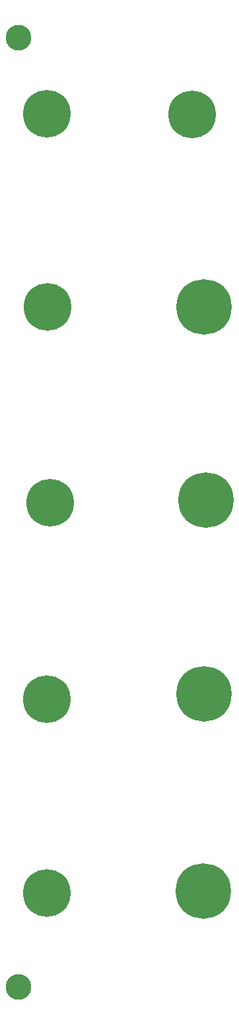
<source format=gbr>
G04 #@! TF.GenerationSoftware,KiCad,Pcbnew,5.1.6-1.fc31*
G04 #@! TF.CreationDate,2020-06-19T15:26:16-04:00*
G04 #@! TF.ProjectId,ChordArrayFacePlate,43686f72-6441-4727-9261-794661636550,rev?*
G04 #@! TF.SameCoordinates,Original*
G04 #@! TF.FileFunction,Soldermask,Bot*
G04 #@! TF.FilePolarity,Negative*
%FSLAX46Y46*%
G04 Gerber Fmt 4.6, Leading zero omitted, Abs format (unit mm)*
G04 Created by KiCad (PCBNEW 5.1.6-1.fc31) date 2020-06-19 15:26:16*
%MOMM*%
%LPD*%
G01*
G04 APERTURE LIST*
%ADD10C,3.300000*%
%ADD11C,7.100000*%
%ADD12C,6.100000*%
G04 APERTURE END LIST*
D10*
G04 #@! TO.C,REF\u002A\u002A*
X122000000Y-34500000D03*
G04 #@! TD*
G04 #@! TO.C,REF\u002A\u002A*
X122000000Y-156000000D03*
G04 #@! TD*
D11*
G04 #@! TO.C,REF\u002A\u002A*
X145700000Y-143750000D03*
G04 #@! TD*
G04 #@! TO.C,REF\u002A\u002A*
X145750000Y-118500000D03*
G04 #@! TD*
G04 #@! TO.C,REF\u002A\u002A*
X146000000Y-93750000D03*
G04 #@! TD*
G04 #@! TO.C,REF\u002A\u002A*
X145750000Y-69000000D03*
G04 #@! TD*
D12*
G04 #@! TO.C,REF\u002A\u002A*
X144225000Y-44325000D03*
G04 #@! TD*
G04 #@! TO.C,REF\u002A\u002A*
X125625000Y-44275000D03*
G04 #@! TD*
G04 #@! TO.C,REF\u002A\u002A*
X125725000Y-68975000D03*
G04 #@! TD*
G04 #@! TO.C,REF\u002A\u002A*
X126025000Y-94025000D03*
G04 #@! TD*
G04 #@! TO.C,REF\u002A\u002A*
X125650000Y-119225000D03*
G04 #@! TD*
G04 #@! TO.C,REF\u002A\u002A*
X125600000Y-144000000D03*
G04 #@! TD*
M02*

</source>
